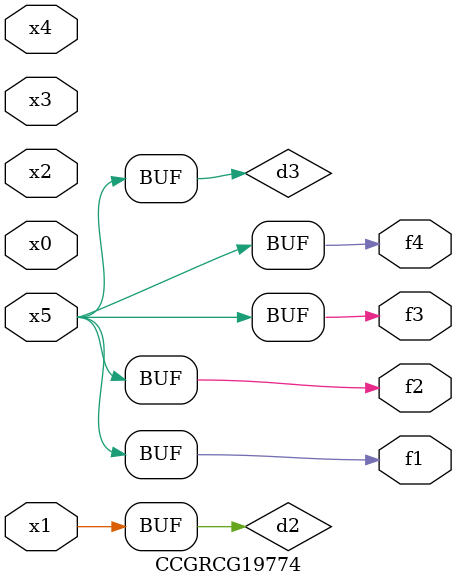
<source format=v>
module CCGRCG19774(
	input x0, x1, x2, x3, x4, x5,
	output f1, f2, f3, f4
);

	wire d1, d2, d3;

	not (d1, x5);
	or (d2, x1);
	xnor (d3, d1);
	assign f1 = d3;
	assign f2 = d3;
	assign f3 = d3;
	assign f4 = d3;
endmodule

</source>
